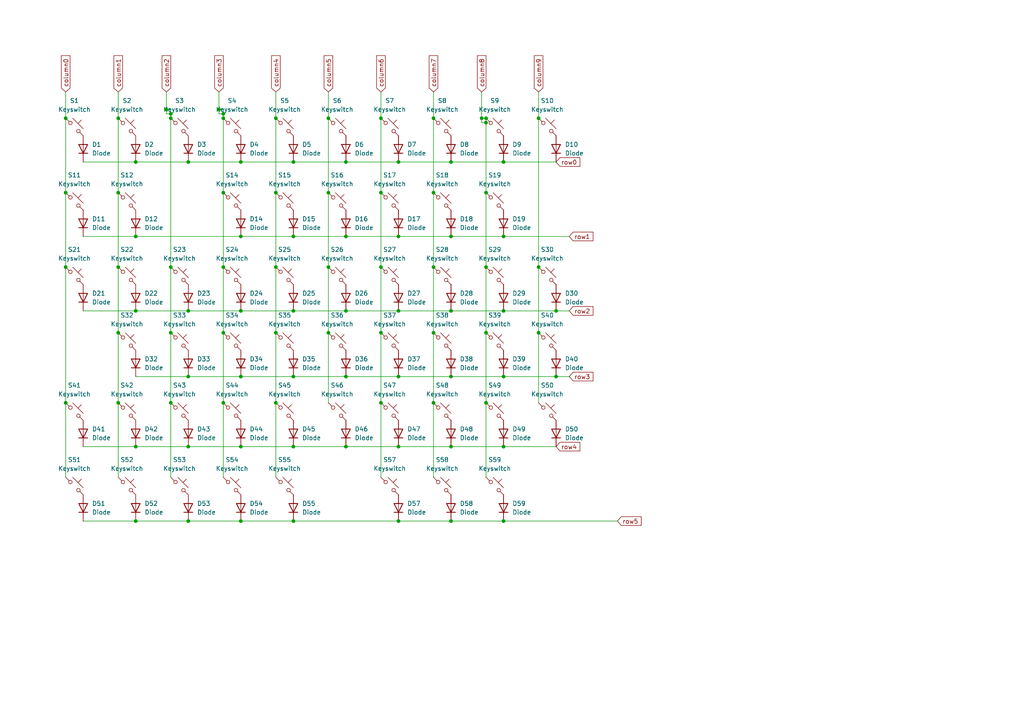
<source format=kicad_sch>
(kicad_sch (version 20231120) (generator "eeschema") (generator_version "8.0")
  (paper "A4")
  (junction (at 125.73 34.29))
  (junction (at 19.05 77.47))
  (junction (at 100.33 129.54))
  (junction (at 49.53 77.47))
  (junction (at 54.61 46.99))
  (junction (at 140.97 116.84))
  (junction (at 69.85 46.99))
  (junction (at 80.01 96.52))
  (junction (at 140.97 96.52))
  (junction (at 140.97 35.56))
  (junction (at 110.49 34.29))
  (junction (at 146.05 46.99))
  (junction (at 156.21 96.52))
  (junction (at 95.25 96.52))
  (junction (at 156.21 34.29))
  (junction (at 110.49 96.52))
  (junction (at 39.37 151.13))
  (junction (at 69.85 68.58))
  (junction (at 115.57 109.22))
  (junction (at 110.49 77.47))
  (junction (at 85.09 68.58))
  (junction (at 146.05 151.13))
  (junction (at 34.29 34.29))
  (junction (at 110.49 55.88))
  (junction (at 80.01 34.29))
  (junction (at 130.81 68.58))
  (junction (at 34.29 55.88))
  (junction (at 64.77 96.52))
  (junction (at 49.53 116.84))
  (junction (at 110.49 116.84))
  (junction (at 80.01 77.47))
  (junction (at 49.53 33.02))
  (junction (at 80.01 116.84))
  (junction (at 49.53 96.52))
  (junction (at 54.61 129.54))
  (junction (at 85.09 90.17))
  (junction (at 95.25 77.47))
  (junction (at 140.97 77.47))
  (junction (at 115.57 46.99))
  (junction (at 125.73 77.47))
  (junction (at 85.09 129.54))
  (junction (at 63.5 31.75))
  (junction (at 69.85 129.54))
  (junction (at 85.09 46.99))
  (junction (at 100.33 46.99))
  (junction (at 54.61 90.17))
  (junction (at 100.33 109.22))
  (junction (at 39.37 68.58))
  (junction (at 69.85 151.13))
  (junction (at 100.33 68.58))
  (junction (at 64.77 77.47))
  (junction (at 115.57 129.54))
  (junction (at 130.81 90.17))
  (junction (at 125.73 96.52))
  (junction (at 125.73 55.88))
  (junction (at 54.61 151.13))
  (junction (at 85.09 151.13))
  (junction (at 146.05 109.22))
  (junction (at 115.57 90.17))
  (junction (at 39.37 46.99))
  (junction (at 115.57 68.58))
  (junction (at 140.97 34.29))
  (junction (at 19.05 116.84))
  (junction (at 80.01 55.88))
  (junction (at 146.05 129.54))
  (junction (at 100.33 90.17))
  (junction (at 95.25 34.29))
  (junction (at 130.81 46.99))
  (junction (at 49.53 34.29))
  (junction (at 146.05 68.58))
  (junction (at 156.21 77.47))
  (junction (at 64.77 34.29))
  (junction (at 54.61 109.22))
  (junction (at 34.29 96.52))
  (junction (at 139.7 34.29))
  (junction (at 140.97 55.88))
  (junction (at 64.77 33.02))
  (junction (at 130.81 109.22))
  (junction (at 34.29 116.84))
  (junction (at 19.05 34.29))
  (junction (at 130.81 151.13))
  (junction (at 95.25 55.88))
  (junction (at 64.77 116.84))
  (junction (at 125.73 116.84))
  (junction (at 85.09 109.22))
  (junction (at 19.05 55.88))
  (junction (at 64.77 55.88))
  (junction (at 161.29 90.17))
  (junction (at 130.81 129.54))
  (junction (at 48.26 31.75))
  (junction (at 69.85 90.17))
  (junction (at 115.57 151.13))
  (junction (at 39.37 90.17))
  (junction (at 34.29 77.47))
  (junction (at 146.05 90.17))
  (junction (at 69.85 109.22))
  (junction (at 39.37 129.54))
  (junction (at 161.29 109.22))
  (wire (pts (xy 85.09 90.17) (xy 100.33 90.17)))
  (wire (pts (xy 140.97 116.84) (xy 140.97 138.43)))
  (wire (pts (xy 64.77 77.47) (xy 64.77 96.52)))
  (wire (pts (xy 54.61 109.22) (xy 69.85 109.22)))
  (wire (pts (xy 110.49 55.88) (xy 110.49 77.47)))
  (wire (pts (xy 130.81 109.22) (xy 146.05 109.22)))
  (wire (pts (xy 125.73 77.47) (xy 125.73 96.52)))
  (wire (pts (xy 39.37 129.54) (xy 54.61 129.54)))
  (wire (pts (xy 48.26 31.75) (xy 48.26 33.02)))
  (wire (pts (xy 49.53 96.52) (xy 49.53 116.84)))
  (wire (pts (xy 34.29 26.67) (xy 34.29 34.29)))
  (wire (pts (xy 80.01 26.67) (xy 80.01 34.29)))
  (wire (pts (xy 165.1 90.17) (xy 161.29 90.17)))
  (wire (pts (xy 115.57 90.17) (xy 130.81 90.17)))
  (wire (pts (xy 156.21 26.67) (xy 156.21 34.29)))
  (wire (pts (xy 54.61 90.17) (xy 69.85 90.17)))
  (wire (pts (xy 48.26 33.02) (xy 49.53 33.02)))
  (wire (pts (xy 139.7 34.29) (xy 140.97 34.29)))
  (wire (pts (xy 130.81 68.58) (xy 146.05 68.58)))
  (wire (pts (xy 69.85 90.17) (xy 85.09 90.17)))
  (wire (pts (xy 19.05 26.67) (xy 19.05 34.29)))
  (wire (pts (xy 115.57 68.58) (xy 130.81 68.58)))
  (wire (pts (xy 156.21 34.29) (xy 156.21 77.47)))
  (wire (pts (xy 115.57 129.54) (xy 130.81 129.54)))
  (wire (pts (xy 179.07 151.13) (xy 146.05 151.13)))
  (wire (pts (xy 95.25 55.88) (xy 95.25 77.47)))
  (wire (pts (xy 49.53 116.84) (xy 49.53 138.43)))
  (wire (pts (xy 110.49 34.29) (xy 110.49 55.88)))
  (wire (pts (xy 19.05 77.47) (xy 19.05 116.84)))
  (wire (pts (xy 49.53 77.47) (xy 49.53 96.52)))
  (wire (pts (xy 24.13 90.17) (xy 39.37 90.17)))
  (wire (pts (xy 34.29 116.84) (xy 34.29 138.43)))
  (wire (pts (xy 34.29 96.52) (xy 34.29 116.84)))
  (wire (pts (xy 49.53 33.02) (xy 49.53 34.29)))
  (wire (pts (xy 24.13 151.13) (xy 39.37 151.13)))
  (wire (pts (xy 130.81 151.13) (xy 146.05 151.13)))
  (wire (pts (xy 146.05 90.17) (xy 161.29 90.17)))
  (wire (pts (xy 19.05 55.88) (xy 19.05 77.47)))
  (wire (pts (xy 24.13 68.58) (xy 39.37 68.58)))
  (wire (pts (xy 156.21 77.47) (xy 156.21 96.52)))
  (wire (pts (xy 64.77 116.84) (xy 64.77 138.43)))
  (wire (pts (xy 85.09 46.99) (xy 100.33 46.99)))
  (wire (pts (xy 95.25 96.52) (xy 95.25 116.84)))
  (wire (pts (xy 115.57 151.13) (xy 130.81 151.13)))
  (wire (pts (xy 34.29 34.29) (xy 34.29 55.88)))
  (wire (pts (xy 63.5 31.75) (xy 63.5 33.02)))
  (wire (pts (xy 19.05 116.84) (xy 19.05 138.43)))
  (wire (pts (xy 100.33 46.99) (xy 115.57 46.99)))
  (wire (pts (xy 19.05 34.29) (xy 19.05 55.88)))
  (wire (pts (xy 130.81 90.17) (xy 146.05 90.17)))
  (wire (pts (xy 125.73 26.67) (xy 125.73 34.29)))
  (wire (pts (xy 156.21 96.52) (xy 156.21 116.84)))
  (wire (pts (xy 64.77 31.75) (xy 64.77 33.02)))
  (wire (pts (xy 140.97 35.56) (xy 140.97 55.88)))
  (wire (pts (xy 139.7 26.67) (xy 139.7 34.29)))
  (wire (pts (xy 69.85 151.13) (xy 85.09 151.13)))
  (wire (pts (xy 115.57 109.22) (xy 130.81 109.22)))
  (wire (pts (xy 48.26 31.75) (xy 49.53 31.75)))
  (wire (pts (xy 48.26 26.67) (xy 48.26 31.75)))
  (wire (pts (xy 64.77 96.52) (xy 64.77 116.84)))
  (wire (pts (xy 95.25 26.67) (xy 95.25 34.29)))
  (wire (pts (xy 49.53 34.29) (xy 49.53 77.47)))
  (wire (pts (xy 140.97 77.47) (xy 140.97 96.52)))
  (wire (pts (xy 125.73 34.29) (xy 125.73 55.88)))
  (wire (pts (xy 80.01 116.84) (xy 80.01 138.43)))
  (wire (pts (xy 125.73 55.88) (xy 125.73 77.47)))
  (wire (pts (xy 115.57 46.99) (xy 130.81 46.99)))
  (wire (pts (xy 63.5 33.02) (xy 64.77 33.02)))
  (wire (pts (xy 80.01 77.47) (xy 80.01 96.52)))
  (wire (pts (xy 80.01 96.52) (xy 80.01 116.84)))
  (wire (pts (xy 110.49 116.84) (xy 110.49 138.43)))
  (wire (pts (xy 85.09 109.22) (xy 100.33 109.22)))
  (wire (pts (xy 110.49 26.67) (xy 110.49 34.29)))
  (wire (pts (xy 95.25 34.29) (xy 95.25 55.88)))
  (wire (pts (xy 146.05 109.22) (xy 161.29 109.22)))
  (wire (pts (xy 80.01 34.29) (xy 80.01 55.88)))
  (wire (pts (xy 63.5 26.67) (xy 63.5 31.75)))
  (wire (pts (xy 24.13 46.99) (xy 39.37 46.99)))
  (wire (pts (xy 95.25 77.47) (xy 95.25 96.52)))
  (wire (pts (xy 139.7 34.29) (xy 139.7 35.56)))
  (wire (pts (xy 39.37 46.99) (xy 54.61 46.99)))
  (wire (pts (xy 146.05 46.99) (xy 161.29 46.99)))
  (wire (pts (xy 39.37 109.22) (xy 54.61 109.22)))
  (wire (pts (xy 85.09 68.58) (xy 100.33 68.58)))
  (wire (pts (xy 139.7 35.56) (xy 140.97 35.56)))
  (wire (pts (xy 100.33 90.17) (xy 115.57 90.17)))
  (wire (pts (xy 130.81 129.54) (xy 146.05 129.54)))
  (wire (pts (xy 146.05 129.54) (xy 161.29 129.54)))
  (wire (pts (xy 39.37 90.17) (xy 54.61 90.17)))
  (wire (pts (xy 54.61 46.99) (xy 69.85 46.99)))
  (wire (pts (xy 64.77 34.29) (xy 64.77 55.88)))
  (wire (pts (xy 64.77 33.02) (xy 64.77 34.29)))
  (wire (pts (xy 69.85 46.99) (xy 85.09 46.99)))
  (wire (pts (xy 69.85 129.54) (xy 85.09 129.54)))
  (wire (pts (xy 125.73 96.52) (xy 125.73 116.84)))
  (wire (pts (xy 125.73 116.84) (xy 125.73 138.43)))
  (wire (pts (xy 63.5 31.75) (xy 64.77 31.75)))
  (wire (pts (xy 69.85 68.58) (xy 85.09 68.58)))
  (wire (pts (xy 100.33 68.58) (xy 115.57 68.58)))
  (wire (pts (xy 54.61 129.54) (xy 69.85 129.54)))
  (wire (pts (xy 80.01 55.88) (xy 80.01 77.47)))
  (wire (pts (xy 69.85 109.22) (xy 85.09 109.22)))
  (wire (pts (xy 140.97 96.52) (xy 140.97 116.84)))
  (wire (pts (xy 146.05 68.58) (xy 165.1 68.58)))
  (wire (pts (xy 24.13 129.54) (xy 39.37 129.54)))
  (wire (pts (xy 85.09 151.13) (xy 115.57 151.13)))
  (wire (pts (xy 34.29 55.88) (xy 34.29 77.47)))
  (wire (pts (xy 39.37 68.58) (xy 69.85 68.58)))
  (wire (pts (xy 64.77 55.88) (xy 64.77 77.47)))
  (wire (pts (xy 100.33 129.54) (xy 115.57 129.54)))
  (wire (pts (xy 54.61 151.13) (xy 69.85 151.13)))
  (wire (pts (xy 49.53 31.75) (xy 49.53 33.02)))
  (wire (pts (xy 34.29 77.47) (xy 34.29 96.52)))
  (wire (pts (xy 100.33 109.22) (xy 115.57 109.22)))
  (wire (pts (xy 140.97 55.88) (xy 140.97 77.47)))
  (wire (pts (xy 140.97 35.56) (xy 140.97 34.29)))
  (wire (pts (xy 110.49 96.52) (xy 110.49 116.84)))
  (wire (pts (xy 161.29 109.22) (xy 165.1 109.22)))
  (wire (pts (xy 130.81 46.99) (xy 146.05 46.99)))
  (wire (pts (xy 110.49 77.47) (xy 110.49 96.52)))
  (wire (pts (xy 85.09 129.54) (xy 100.33 129.54)))
  (wire (pts (xy 39.37 151.13) (xy 54.61 151.13)))
  (global_label "row4" (shape input) (at 161.29 129.54 0) (property "Intersheetrefs" "${INTERSHEET_REFS}" (effects (hide yes))))
  (global_label "row1" (shape input) (at 165.1 68.58 0) (property "Intersheetrefs" "${INTERSHEET_REFS}" (effects (hide yes))))
  (global_label "column5" (shape input) (at 95.25 26.67 90) (property "Intersheetrefs" "${INTERSHEET_REFS}" (effects (hide yes))))
  (global_label "column1" (shape input) (at 34.29 26.67 90) (property "Intersheetrefs" "${INTERSHEET_REFS}" (effects (hide yes))))
  (global_label "row0" (shape input) (at 161.29 46.99 0) (property "Intersheetrefs" "${INTERSHEET_REFS}" (effects (hide yes))))
  (global_label "column2" (shape input) (at 48.26 26.67 90) (property "Intersheetrefs" "${INTERSHEET_REFS}" (effects (hide yes))))
  (global_label "column0" (shape input) (at 19.05 26.67 90) (property "Intersheetrefs" "${INTERSHEET_REFS}" (effects (hide yes))))
  (global_label "column8" (shape input) (at 139.7 26.67 90) (property "Intersheetrefs" "${INTERSHEET_REFS}" (effects (hide yes))))
  (global_label "column4" (shape input) (at 80.01 26.67 90) (property "Intersheetrefs" "${INTERSHEET_REFS}" (effects (hide yes))))
  (global_label "column6" (shape input) (at 110.49 26.67 90) (property "Intersheetrefs" "${INTERSHEET_REFS}" (effects (hide yes))))
  (global_label "row5" (shape input) (at 179.07 151.13 0) (property "Intersheetrefs" "${INTERSHEET_REFS}" (effects (hide yes))))
  (global_label "column3" (shape input) (at 63.5 26.67 90) (property "Intersheetrefs" "${INTERSHEET_REFS}" (effects (hide yes))))
  (global_label "column7" (shape input) (at 125.73 26.67 90) (property "Intersheetrefs" "${INTERSHEET_REFS}" (effects (hide yes))))
  (global_label "column9" (shape input) (at 156.21 26.67 90) (property "Intersheetrefs" "${INTERSHEET_REFS}" (effects (hide yes))))
  (global_label "row3" (shape input) (at 165.1 109.22 0) (property "Intersheetrefs" "${INTERSHEET_REFS}" (effects (hide yes))))
  (global_label "row2" (shape input) (at 165.1 90.17 0) (property "Intersheetrefs" "${INTERSHEET_REFS}" (effects (hide yes))))
  (symbol (lib_id "ScottoKeebs:Placeholder_Keyswitch") (at 97.79 58.42 0) (unit 1)
    (property "Reference" "S16" (at 97.79 50.8 0))
    (property "Value" "Keyswitch" (at 97.79 53.34 0))
    (property "Footprint" "Button_Switch_THT:SW_Tactile_Straight_KSL0Axx1LFTR" (effects (hide yes)))
    (property "Description" "Push button switch, normally open, two pins, 45° tilted" (effects (hide yes)))
  )
  (symbol (lib_id "ScottoKeebs:Placeholder_Keyswitch") (at 36.83 36.83 0) (unit 1)
    (property "Reference" "S2" (at 36.83 29.21 0))
    (property "Value" "Keyswitch" (at 36.83 31.75 0))
    (property "Footprint" "Button_Switch_THT:SW_Tactile_Straight_KSL0Axx1LFTR" (effects (hide yes)))
    (property "Description" "Push button switch, normally open, two pins, 45° tilted" (effects (hide yes)))
  )
  (symbol (lib_id "ScottoKeebs:Placeholder_Keyswitch") (at 52.07 36.83 0) (unit 1)
    (property "Reference" "S3" (at 52.07 29.21 0))
    (property "Value" "Keyswitch" (at 52.07 31.75 0))
    (property "Footprint" "Button_Switch_THT:SW_Tactile_Straight_KSL0Axx1LFTR" (effects (hide yes)))
    (property "Description" "Push button switch, normally open, two pins, 45° tilted" (effects (hide yes)))
  )
  (symbol (lib_id "ScottoKeebs:Placeholder_Diode") (at 85.09 147.32 90) (unit 1)
    (property "Reference" "D55" (at 87.63 146.0499 90) (effects (justify right)))
    (property "Value" "Diode" (at 87.63 148.5899 90) (effects (justify right)))
    (property "Footprint" "Diode_SMD:D_SOD-123" (effects (hide yes)))
    (property "Description" "1N4148 (DO-35) or 1N4148W (SOD-123)" (effects (hide yes)))
    (property "Sim.Device" "D" (effects (hide yes)))
    (property "Sim.Pins" "1=K 2=A" (effects (hide yes)))
  )
  (symbol (lib_id "ScottoKeebs:Placeholder_Diode") (at 54.61 125.73 90) (unit 1)
    (property "Reference" "D43" (at 57.15 124.4599 90) (effects (justify right)))
    (property "Value" "Diode" (at 57.15 126.9999 90) (effects (justify right)))
    (property "Footprint" "Diode_SMD:D_SOD-123" (effects (hide yes)))
    (property "Description" "1N4148 (DO-35) or 1N4148W (SOD-123)" (effects (hide yes)))
    (property "Sim.Device" "D" (effects (hide yes)))
    (property "Sim.Pins" "1=K 2=A" (effects (hide yes)))
  )
  (symbol (lib_id "ScottoKeebs:Placeholder_Diode") (at 24.13 147.32 90) (unit 1)
    (property "Reference" "D51" (at 26.67 146.0499 90) (effects (justify right)))
    (property "Value" "Diode" (at 26.67 148.5899 90) (effects (justify right)))
    (property "Footprint" "Diode_SMD:D_SOD-123" (effects (hide yes)))
    (property "Description" "1N4148 (DO-35) or 1N4148W (SOD-123)" (effects (hide yes)))
    (property "Sim.Device" "D" (effects (hide yes)))
    (property "Sim.Pins" "1=K 2=A" (effects (hide yes)))
  )
  (symbol (lib_id "ScottoKeebs:Placeholder_Diode") (at 100.33 43.18 90) (unit 1)
    (property "Reference" "D6" (at 102.87 41.9099 90) (effects (justify right)))
    (property "Value" "Diode" (at 102.87 44.4499 90) (effects (justify right)))
    (property "Footprint" "Diode_SMD:D_SOD-123" (effects (hide yes)))
    (property "Description" "1N4148 (DO-35) or 1N4148W (SOD-123)" (effects (hide yes)))
    (property "Sim.Device" "D" (effects (hide yes)))
    (property "Sim.Pins" "1=K 2=A" (effects (hide yes)))
  )
  (symbol (lib_id "ScottoKeebs:Placeholder_Keyswitch") (at 21.59 58.42 0) (unit 1)
    (property "Reference" "S11" (at 21.59 50.8 0))
    (property "Value" "Keyswitch" (at 21.59 53.34 0))
    (property "Footprint" "Button_Switch_THT:SW_Tactile_Straight_KSL0Axx1LFTR" (effects (hide yes)))
    (property "Description" "Push button switch, normally open, two pins, 45° tilted" (effects (hide yes)))
  )
  (symbol (lib_id "ScottoKeebs:Placeholder_Keyswitch") (at 143.51 58.42 0) (unit 1)
    (property "Reference" "S19" (at 143.51 50.8 0))
    (property "Value" "Keyswitch" (at 143.51 53.34 0))
    (property "Footprint" "Button_Switch_THT:SW_Tactile_Straight_KSL0Axx1LFTR" (effects (hide yes)))
    (property "Description" "Push button switch, normally open, two pins, 45° tilted" (effects (hide yes)))
  )
  (symbol (lib_id "ScottoKeebs:Placeholder_Diode") (at 39.37 105.41 90) (unit 1)
    (property "Reference" "D32" (at 41.91 104.1399 90) (effects (justify right)))
    (property "Value" "Diode" (at 41.91 106.6799 90) (effects (justify right)))
    (property "Footprint" "Diode_SMD:D_SOD-123" (effects (hide yes)))
    (property "Description" "1N4148 (DO-35) or 1N4148W (SOD-123)" (effects (hide yes)))
    (property "Sim.Device" "D" (effects (hide yes)))
    (property "Sim.Pins" "1=K 2=A" (effects (hide yes)))
  )
  (symbol (lib_id "ScottoKeebs:Placeholder_Keyswitch") (at 82.55 140.97 0) (unit 1)
    (property "Reference" "S55" (at 82.55 133.35 0))
    (property "Value" "Keyswitch" (at 82.55 135.89 0))
    (property "Footprint" "Button_Switch_THT:SW_Tactile_Straight_KSL0Axx1LFTR" (effects (hide yes)))
    (property "Description" "Push button switch, normally open, two pins, 45° tilted" (effects (hide yes)))
  )
  (symbol (lib_id "ScottoKeebs:Placeholder_Diode") (at 161.29 125.73 90) (unit 1)
    (property "Reference" "D50" (at 163.83 124.4599 90) (effects (justify right)))
    (property "Value" "Diode" (at 163.83 126.9999 90) (effects (justify right)))
    (property "Footprint" "Diode_SMD:D_SOD-123" (effects (hide yes)))
    (property "Description" "1N4148 (DO-35) or 1N4148W (SOD-123)" (effects (hide yes)))
    (property "Sim.Device" "D" (effects (hide yes)))
    (property "Sim.Pins" "1=K 2=A" (effects (hide yes)))
  )
  (symbol (lib_id "ScottoKeebs:Placeholder_Diode") (at 39.37 64.77 90) (unit 1)
    (property "Reference" "D12" (at 41.91 63.4999 90) (effects (justify right)))
    (property "Value" "Diode" (at 41.91 66.0399 90) (effects (justify right)))
    (property "Footprint" "Diode_SMD:D_SOD-123" (effects (hide yes)))
    (property "Description" "1N4148 (DO-35) or 1N4148W (SOD-123)" (effects (hide yes)))
    (property "Sim.Device" "D" (effects (hide yes)))
    (property "Sim.Pins" "1=K 2=A" (effects (hide yes)))
  )
  (symbol (lib_id "ScottoKeebs:Placeholder_Diode") (at 85.09 105.41 90) (unit 1)
    (property "Reference" "D35" (at 87.63 104.1399 90) (effects (justify right)))
    (property "Value" "Diode" (at 87.63 106.6799 90) (effects (justify right)))
    (property "Footprint" "Diode_SMD:D_SOD-123" (effects (hide yes)))
    (property "Description" "1N4148 (DO-35) or 1N4148W (SOD-123)" (effects (hide yes)))
    (property "Sim.Device" "D" (effects (hide yes)))
    (property "Sim.Pins" "1=K 2=A" (effects (hide yes)))
  )
  (symbol (lib_id "ScottoKeebs:Placeholder_Diode") (at 69.85 64.77 90) (unit 1)
    (property "Reference" "D14" (at 72.39 63.4999 90) (effects (justify right)))
    (property "Value" "Diode" (at 72.39 66.0399 90) (effects (justify right)))
    (property "Footprint" "Diode_SMD:D_SOD-123" (effects (hide yes)))
    (property "Description" "1N4148 (DO-35) or 1N4148W (SOD-123)" (effects (hide yes)))
    (property "Sim.Device" "D" (effects (hide yes)))
    (property "Sim.Pins" "1=K 2=A" (effects (hide yes)))
  )
  (symbol (lib_id "ScottoKeebs:Placeholder_Keyswitch") (at 82.55 99.06 0) (unit 1)
    (property "Reference" "S35" (at 82.55 91.44 0))
    (property "Value" "Keyswitch" (at 82.55 93.98 0))
    (property "Footprint" "Button_Switch_THT:SW_Tactile_Straight_KSL0Axx1LFTR" (effects (hide yes)))
    (property "Description" "Push button switch, normally open, two pins, 45° tilted" (effects (hide yes)))
  )
  (symbol (lib_id "ScottoKeebs:Placeholder_Keyswitch") (at 36.83 58.42 0) (unit 1)
    (property "Reference" "S12" (at 36.83 50.8 0))
    (property "Value" "Keyswitch" (at 36.83 53.34 0))
    (property "Footprint" "Button_Switch_THT:SW_Tactile_Straight_KSL0Axx1LFTR" (effects (hide yes)))
    (property "Description" "Push button switch, normally open, two pins, 45° tilted" (effects (hide yes)))
  )
  (symbol (lib_id "ScottoKeebs:Placeholder_Keyswitch") (at 113.03 80.01 0) (unit 1)
    (property "Reference" "S27" (at 113.03 72.39 0))
    (property "Value" "Keyswitch" (at 113.03 74.93 0))
    (property "Footprint" "Button_Switch_THT:SW_Tactile_Straight_KSL0Axx1LFTR" (effects (hide yes)))
    (property "Description" "Push button switch, normally open, two pins, 45° tilted" (effects (hide yes)))
  )
  (symbol (lib_id "ScottoKeebs:Placeholder_Keyswitch") (at 143.51 140.97 0) (unit 1)
    (property "Reference" "S59" (at 143.51 133.35 0))
    (property "Value" "Keyswitch" (at 143.51 135.89 0))
    (property "Footprint" "Button_Switch_THT:SW_Tactile_Straight_KSL0Axx1LFTR" (effects (hide yes)))
    (property "Description" "Push button switch, normally open, two pins, 45° tilted" (effects (hide yes)))
  )
  (symbol (lib_id "ScottoKeebs:Placeholder_Keyswitch") (at 82.55 80.01 0) (unit 1)
    (property "Reference" "S25" (at 82.55 72.39 0))
    (property "Value" "Keyswitch" (at 82.55 74.93 0))
    (property "Footprint" "Button_Switch_THT:SW_Tactile_Straight_KSL0Axx1LFTR" (effects (hide yes)))
    (property "Description" "Push button switch, normally open, two pins, 45° tilted" (effects (hide yes)))
  )
  (symbol (lib_id "ScottoKeebs:Placeholder_Keyswitch") (at 128.27 80.01 0) (unit 1)
    (property "Reference" "S28" (at 128.27 72.39 0))
    (property "Value" "Keyswitch" (at 128.27 74.93 0))
    (property "Footprint" "Button_Switch_THT:SW_Tactile_Straight_KSL0Axx1LFTR" (effects (hide yes)))
    (property "Description" "Push button switch, normally open, two pins, 45° tilted" (effects (hide yes)))
  )
  (symbol (lib_id "ScottoKeebs:Placeholder_Diode") (at 130.81 43.18 90) (unit 1)
    (property "Reference" "D8" (at 133.35 41.9099 90) (effects (justify right)))
    (property "Value" "Diode" (at 133.35 44.4499 90) (effects (justify right)))
    (property "Footprint" "Diode_SMD:D_SOD-123" (effects (hide yes)))
    (property "Description" "1N4148 (DO-35) or 1N4148W (SOD-123)" (effects (hide yes)))
    (property "Sim.Device" "D" (effects (hide yes)))
    (property "Sim.Pins" "1=K 2=A" (effects (hide yes)))
  )
  (symbol (lib_id "ScottoKeebs:Placeholder_Diode") (at 24.13 125.73 90) (unit 1)
    (property "Reference" "D41" (at 26.67 124.4599 90) (effects (justify right)))
    (property "Value" "Diode" (at 26.67 126.9999 90) (effects (justify right)))
    (property "Footprint" "Diode_SMD:D_SOD-123" (effects (hide yes)))
    (property "Description" "1N4148 (DO-35) or 1N4148W (SOD-123)" (effects (hide yes)))
    (property "Sim.Device" "D" (effects (hide yes)))
    (property "Sim.Pins" "1=K 2=A" (effects (hide yes)))
  )
  (symbol (lib_id "ScottoKeebs:Placeholder_Keyswitch") (at 113.03 140.97 0) (unit 1)
    (property "Reference" "S57" (at 113.03 133.35 0))
    (property "Value" "Keyswitch" (at 113.03 135.89 0))
    (property "Footprint" "Button_Switch_THT:SW_Tactile_Straight_KSL0Axx1LFTR" (effects (hide yes)))
    (property "Description" "Push button switch, normally open, two pins, 45° tilted" (effects (hide yes)))
  )
  (symbol (lib_id "ScottoKeebs:Placeholder_Diode") (at 24.13 86.36 90) (unit 1)
    (property "Reference" "D21" (at 26.67 85.0899 90) (effects (justify right)))
    (property "Value" "Diode" (at 26.67 87.6299 90) (effects (justify right)))
    (property "Footprint" "Diode_SMD:D_SOD-123" (effects (hide yes)))
    (property "Description" "1N4148 (DO-35) or 1N4148W (SOD-123)" (effects (hide yes)))
    (property "Sim.Device" "D" (effects (hide yes)))
    (property "Sim.Pins" "1=K 2=A" (effects (hide yes)))
  )
  (symbol (lib_id "ScottoKeebs:Placeholder_Diode") (at 54.61 86.36 90) (unit 1)
    (property "Reference" "D23" (at 57.15 85.0899 90) (effects (justify right)))
    (property "Value" "Diode" (at 57.15 87.6299 90) (effects (justify right)))
    (property "Footprint" "Diode_SMD:D_SOD-123" (effects (hide yes)))
    (property "Description" "1N4148 (DO-35) or 1N4148W (SOD-123)" (effects (hide yes)))
    (property "Sim.Device" "D" (effects (hide yes)))
    (property "Sim.Pins" "1=K 2=A" (effects (hide yes)))
  )
  (symbol (lib_id "ScottoKeebs:Placeholder_Keyswitch") (at 97.79 99.06 0) (unit 1)
    (property "Reference" "S36" (at 97.79 91.44 0))
    (property "Value" "Keyswitch" (at 97.79 93.98 0))
    (property "Footprint" "Button_Switch_THT:SW_Tactile_Straight_KSL0Axx1LFTR" (effects (hide yes)))
    (property "Description" "Push button switch, normally open, two pins, 45° tilted" (effects (hide yes)))
  )
  (symbol (lib_id "ScottoKeebs:Placeholder_Keyswitch") (at 128.27 119.38 0) (unit 1)
    (property "Reference" "S48" (at 128.27 111.76 0))
    (property "Value" "Keyswitch" (at 128.27 114.3 0))
    (property "Footprint" "Button_Switch_THT:SW_Tactile_Straight_KSL0Axx1LFTR" (effects (hide yes)))
    (property "Description" "Push button switch, normally open, two pins, 45° tilted" (effects (hide yes)))
  )
  (symbol (lib_id "ScottoKeebs:Placeholder_Diode") (at 146.05 64.77 90) (unit 1)
    (property "Reference" "D19" (at 148.59 63.4999 90) (effects (justify right)))
    (property "Value" "Diode" (at 148.59 66.0399 90) (effects (justify right)))
    (property "Footprint" "Diode_SMD:D_SOD-123" (effects (hide yes)))
    (property "Description" "1N4148 (DO-35) or 1N4148W (SOD-123)" (effects (hide yes)))
    (property "Sim.Device" "D" (effects (hide yes)))
    (property "Sim.Pins" "1=K 2=A" (effects (hide yes)))
  )
  (symbol (lib_id "ScottoKeebs:Placeholder_Diode") (at 115.57 64.77 90) (unit 1)
    (property "Reference" "D17" (at 118.11 63.4999 90) (effects (justify right)))
    (property "Value" "Diode" (at 118.11 66.0399 90) (effects (justify right)))
    (property "Footprint" "Diode_SMD:D_SOD-123" (effects (hide yes)))
    (property "Description" "1N4148 (DO-35) or 1N4148W (SOD-123)" (effects (hide yes)))
    (property "Sim.Device" "D" (effects (hide yes)))
    (property "Sim.Pins" "1=K 2=A" (effects (hide yes)))
  )
  (symbol (lib_id "ScottoKeebs:Placeholder_Keyswitch") (at 143.51 36.83 0) (unit 1)
    (property "Reference" "S9" (at 143.51 29.21 0))
    (property "Value" "Keyswitch" (at 143.51 31.75 0))
    (property "Footprint" "Button_Switch_THT:SW_Tactile_Straight_KSL0Axx1LFTR" (effects (hide yes)))
    (property "Description" "Push button switch, normally open, two pins, 45° tilted" (effects (hide yes)))
  )
  (symbol (lib_id "ScottoKeebs:Placeholder_Diode") (at 54.61 147.32 90) (unit 1)
    (property "Reference" "D53" (at 57.15 146.0499 90) (effects (justify right)))
    (property "Value" "Diode" (at 57.15 148.5899 90) (effects (justify right)))
    (property "Footprint" "Diode_SMD:D_SOD-123" (effects (hide yes)))
    (property "Description" "1N4148 (DO-35) or 1N4148W (SOD-123)" (effects (hide yes)))
    (property "Sim.Device" "D" (effects (hide yes)))
    (property "Sim.Pins" "1=K 2=A" (effects (hide yes)))
  )
  (symbol (lib_id "ScottoKeebs:Placeholder_Diode") (at 24.13 64.77 90) (unit 1)
    (property "Reference" "D11" (at 26.67 63.4999 90) (effects (justify right)))
    (property "Value" "Diode" (at 26.67 66.0399 90) (effects (justify right)))
    (property "Footprint" "Diode_SMD:D_SOD-123" (effects (hide yes)))
    (property "Description" "1N4148 (DO-35) or 1N4148W (SOD-123)" (effects (hide yes)))
    (property "Sim.Device" "D" (effects (hide yes)))
    (property "Sim.Pins" "1=K 2=A" (effects (hide yes)))
  )
  (symbol (lib_id "ScottoKeebs:Placeholder_Diode") (at 69.85 43.18 90) (unit 1)
    (property "Reference" "D4" (at 72.39 41.9099 90) (effects (justify right)))
    (property "Value" "Diode" (at 72.39 44.4499 90) (effects (justify right)))
    (property "Footprint" "Diode_SMD:D_SOD-123" (effects (hide yes)))
    (property "Description" "1N4148 (DO-35) or 1N4148W (SOD-123)" (effects (hide yes)))
    (property "Sim.Device" "D" (effects (hide yes)))
    (property "Sim.Pins" "1=K 2=A" (effects (hide yes)))
  )
  (symbol (lib_id "ScottoKeebs:Placeholder_Keyswitch") (at 97.79 119.38 0) (unit 1)
    (property "Reference" "S46" (at 97.79 111.76 0))
    (property "Value" "Keyswitch" (at 97.79 114.3 0))
    (property "Footprint" "Button_Switch_THT:SW_Tactile_Straight_KSL0Axx1LFTR" (effects (hide yes)))
    (property "Description" "Push button switch, normally open, two pins, 45° tilted" (effects (hide yes)))
  )
  (symbol (lib_id "ScottoKeebs:Placeholder_Keyswitch") (at 36.83 99.06 0) (unit 1)
    (property "Reference" "S32" (at 36.83 91.44 0))
    (property "Value" "Keyswitch" (at 36.83 93.98 0))
    (property "Footprint" "Button_Switch_THT:SW_Tactile_Straight_KSL0Axx1LFTR" (effects (hide yes)))
    (property "Description" "Push button switch, normally open, two pins, 45° tilted" (effects (hide yes)))
  )
  (symbol (lib_id "ScottoKeebs:Placeholder_Diode") (at 115.57 86.36 90) (unit 1)
    (property "Reference" "D27" (at 118.11 85.0899 90) (effects (justify right)))
    (property "Value" "Diode" (at 118.11 87.6299 90) (effects (justify right)))
    (property "Footprint" "Diode_SMD:D_SOD-123" (effects (hide yes)))
    (property "Description" "1N4148 (DO-35) or 1N4148W (SOD-123)" (effects (hide yes)))
    (property "Sim.Device" "D" (effects (hide yes)))
    (property "Sim.Pins" "1=K 2=A" (effects (hide yes)))
  )
  (symbol (lib_id "ScottoKeebs:Placeholder_Diode") (at 146.05 147.32 90) (unit 1)
    (property "Reference" "D59" (at 148.59 146.0499 90) (effects (justify right)))
    (property "Value" "Diode" (at 148.59 148.5899 90) (effects (justify right)))
    (property "Footprint" "Diode_SMD:D_SOD-123" (effects (hide yes)))
    (property "Description" "1N4148 (DO-35) or 1N4148W (SOD-123)" (effects (hide yes)))
    (property "Sim.Device" "D" (effects (hide yes)))
    (property "Sim.Pins" "1=K 2=A" (effects (hide yes)))
  )
  (symbol (lib_id "ScottoKeebs:Placeholder_Keyswitch") (at 128.27 140.97 0) (unit 1)
    (property "Reference" "S58" (at 128.27 133.35 0))
    (property "Value" "Keyswitch" (at 128.27 135.89 0))
    (property "Footprint" "Button_Switch_THT:SW_Tactile_Straight_KSL0Axx1LFTR" (effects (hide yes)))
    (property "Description" "Push button switch, normally open, two pins, 45° tilted" (effects (hide yes)))
  )
  (symbol (lib_id "ScottoKeebs:Placeholder_Keyswitch") (at 128.27 99.06 0) (unit 1)
    (property "Reference" "S38" (at 128.27 91.44 0))
    (property "Value" "Keyswitch" (at 128.27 93.98 0))
    (property "Footprint" "Button_Switch_THT:SW_Tactile_Straight_KSL0Axx1LFTR" (effects (hide yes)))
    (property "Description" "Push button switch, normally open, two pins, 45° tilted" (effects (hide yes)))
  )
  (symbol (lib_id "ScottoKeebs:Placeholder_Keyswitch") (at 21.59 140.97 0) (unit 1)
    (property "Reference" "S51" (at 21.59 133.35 0))
    (property "Value" "Keyswitch" (at 21.59 135.89 0))
    (property "Footprint" "Button_Switch_THT:SW_Tactile_Straight_KSL0Axx1LFTR" (effects (hide yes)))
    (property "Description" "Push button switch, normally open, two pins, 45° tilted" (effects (hide yes)))
  )
  (symbol (lib_id "ScottoKeebs:Placeholder_Keyswitch") (at 67.31 36.83 0) (unit 1)
    (property "Reference" "S4" (at 67.31 29.21 0))
    (property "Value" "Keyswitch" (at 67.31 31.75 0))
    (property "Footprint" "Button_Switch_THT:SW_Tactile_Straight_KSL0Axx1LFTR" (effects (hide yes)))
    (property "Description" "Push button switch, normally open, two pins, 45° tilted" (effects (hide yes)))
  )
  (symbol (lib_id "ScottoKeebs:Placeholder_Keyswitch") (at 128.27 58.42 0) (unit 1)
    (property "Reference" "S18" (at 128.27 50.8 0))
    (property "Value" "Keyswitch" (at 128.27 53.34 0))
    (property "Footprint" "Button_Switch_THT:SW_Tactile_Straight_KSL0Axx1LFTR" (effects (hide yes)))
    (property "Description" "Push button switch, normally open, two pins, 45° tilted" (effects (hide yes)))
  )
  (symbol (lib_id "ScottoKeebs:Placeholder_Diode") (at 39.37 86.36 90) (unit 1)
    (property "Reference" "D22" (at 41.91 85.0899 90) (effects (justify right)))
    (property "Value" "Diode" (at 41.91 87.6299 90) (effects (justify right)))
    (property "Footprint" "Diode_SMD:D_SOD-123" (effects (hide yes)))
    (property "Description" "1N4148 (DO-35) or 1N4148W (SOD-123)" (effects (hide yes)))
    (property "Sim.Device" "D" (effects (hide yes)))
    (property "Sim.Pins" "1=K 2=A" (effects (hide yes)))
  )
  (symbol (lib_id "ScottoKeebs:Placeholder_Keyswitch") (at 158.75 36.83 0) (unit 1)
    (property "Reference" "S10" (at 158.75 29.21 0))
    (property "Value" "Keyswitch" (at 158.75 31.75 0))
    (property "Footprint" "Button_Switch_THT:SW_Tactile_Straight_KSL0Axx1LFTR" (effects (hide yes)))
    (property "Description" "Push button switch, normally open, two pins, 45° tilted" (effects (hide yes)))
  )
  (symbol (lib_id "ScottoKeebs:Placeholder_Diode") (at 69.85 86.36 90) (unit 1)
    (property "Reference" "D24" (at 72.39 85.0899 90) (effects (justify right)))
    (property "Value" "Diode" (at 72.39 87.6299 90) (effects (justify right)))
    (property "Footprint" "Diode_SMD:D_SOD-123" (effects (hide yes)))
    (property "Description" "1N4148 (DO-35) or 1N4148W (SOD-123)" (effects (hide yes)))
    (property "Sim.Device" "D" (effects (hide yes)))
    (property "Sim.Pins" "1=K 2=A" (effects (hide yes)))
  )
  (symbol (lib_id "ScottoKeebs:Placeholder_Keyswitch") (at 67.31 119.38 0) (unit 1)
    (property "Reference" "S44" (at 67.31 111.76 0))
    (property "Value" "Keyswitch" (at 67.31 114.3 0))
    (property "Footprint" "Button_Switch_THT:SW_Tactile_Straight_KSL0Axx1LFTR" (effects (hide yes)))
    (property "Description" "Push button switch, normally open, two pins, 45° tilted" (effects (hide yes)))
  )
  (symbol (lib_id "ScottoKeebs:Placeholder_Diode") (at 69.85 147.32 90) (unit 1)
    (property "Reference" "D54" (at 72.39 146.0499 90) (effects (justify right)))
    (property "Value" "Diode" (at 72.39 148.5899 90) (effects (justify right)))
    (property "Footprint" "Diode_SMD:D_SOD-123" (effects (hide yes)))
    (property "Description" "1N4148 (DO-35) or 1N4148W (SOD-123)" (effects (hide yes)))
    (property "Sim.Device" "D" (effects (hide yes)))
    (property "Sim.Pins" "1=K 2=A" (effects (hide yes)))
  )
  (symbol (lib_id "ScottoKeebs:Placeholder_Diode") (at 146.05 43.18 90) (unit 1)
    (property "Reference" "D9" (at 148.59 41.9099 90) (effects (justify right)))
    (property "Value" "Diode" (at 148.59 44.4499 90) (effects (justify right)))
    (property "Footprint" "Diode_SMD:D_SOD-123" (effects (hide yes)))
    (property "Description" "1N4148 (DO-35) or 1N4148W (SOD-123)" (effects (hide yes)))
    (property "Sim.Device" "D" (effects (hide yes)))
    (property "Sim.Pins" "1=K 2=A" (effects (hide yes)))
  )
  (symbol (lib_id "ScottoKeebs:Placeholder_Diode") (at 115.57 105.41 90) (unit 1)
    (property "Reference" "D37" (at 118.11 104.1399 90) (effects (justify right)))
    (property "Value" "Diode" (at 118.11 106.6799 90) (effects (justify right)))
    (property "Footprint" "Diode_SMD:D_SOD-123" (effects (hide yes)))
    (property "Description" "1N4148 (DO-35) or 1N4148W (SOD-123)" (effects (hide yes)))
    (property "Sim.Device" "D" (effects (hide yes)))
    (property "Sim.Pins" "1=K 2=A" (effects (hide yes)))
  )
  (symbol (lib_id "ScottoKeebs:Placeholder_Keyswitch") (at 52.07 119.38 0) (unit 1)
    (property "Reference" "S43" (at 52.07 111.76 0))
    (property "Value" "Keyswitch" (at 52.07 114.3 0))
    (property "Footprint" "Button_Switch_THT:SW_Tactile_Straight_KSL0Axx1LFTR" (effects (hide yes)))
    (property "Description" "Push button switch, normally open, two pins, 45° tilted" (effects (hide yes)))
  )
  (symbol (lib_id "ScottoKeebs:Placeholder_Keyswitch") (at 113.03 99.06 0) (unit 1)
    (property "Reference" "S37" (at 113.03 91.44 0))
    (property "Value" "Keyswitch" (at 113.03 93.98 0))
    (property "Footprint" "Button_Switch_THT:SW_Tactile_Straight_KSL0Axx1LFTR" (effects (hide yes)))
    (property "Description" "Push button switch, normally open, two pins, 45° tilted" (effects (hide yes)))
  )
  (symbol (lib_id "ScottoKeebs:Placeholder_Keyswitch") (at 52.07 80.01 0) (unit 1)
    (property "Reference" "S23" (at 52.07 72.39 0))
    (property "Value" "Keyswitch" (at 52.07 74.93 0))
    (property "Footprint" "Button_Switch_THT:SW_Tactile_Straight_KSL0Axx1LFTR" (effects (hide yes)))
    (property "Description" "Push button switch, normally open, two pins, 45° tilted" (effects (hide yes)))
  )
  (symbol (lib_id "ScottoKeebs:Placeholder_Keyswitch") (at 82.55 58.42 0) (unit 1)
    (property "Reference" "S15" (at 82.55 50.8 0))
    (property "Value" "Keyswitch" (at 82.55 53.34 0))
    (property "Footprint" "Button_Switch_THT:SW_Tactile_Straight_KSL0Axx1LFTR" (effects (hide yes)))
    (property "Description" "Push button switch, normally open, two pins, 45° tilted" (effects (hide yes)))
  )
  (symbol (lib_id "ScottoKeebs:Placeholder_Diode") (at 115.57 43.18 90) (unit 1)
    (property "Reference" "D7" (at 118.11 41.9099 90) (effects (justify right)))
    (property "Value" "Diode" (at 118.11 44.4499 90) (effects (justify right)))
    (property "Footprint" "Diode_SMD:D_SOD-123" (effects (hide yes)))
    (property "Description" "1N4148 (DO-35) or 1N4148W (SOD-123)" (effects (hide yes)))
    (property "Sim.Device" "D" (effects (hide yes)))
    (property "Sim.Pins" "1=K 2=A" (effects (hide yes)))
  )
  (symbol (lib_id "ScottoKeebs:Placeholder_Diode") (at 146.05 105.41 90) (unit 1)
    (property "Reference" "D39" (at 148.59 104.1399 90) (effects (justify right)))
    (property "Value" "Diode" (at 148.59 106.6799 90) (effects (justify right)))
    (property "Footprint" "Diode_SMD:D_SOD-123" (effects (hide yes)))
    (property "Description" "1N4148 (DO-35) or 1N4148W (SOD-123)" (effects (hide yes)))
    (property "Sim.Device" "D" (effects (hide yes)))
    (property "Sim.Pins" "1=K 2=A" (effects (hide yes)))
  )
  (symbol (lib_id "ScottoKeebs:Placeholder_Keyswitch") (at 67.31 58.42 0) (unit 1)
    (property "Reference" "S14" (at 67.31 50.8 0))
    (property "Value" "Keyswitch" (at 67.31 53.34 0))
    (property "Footprint" "Button_Switch_THT:SW_Tactile_Straight_KSL0Axx1LFTR" (effects (hide yes)))
    (property "Description" "Push button switch, normally open, two pins, 45° tilted" (effects (hide yes)))
  )
  (symbol (lib_id "ScottoKeebs:Placeholder_Diode") (at 130.81 64.77 90) (unit 1)
    (property "Reference" "D18" (at 133.35 63.4999 90) (effects (justify right)))
    (property "Value" "Diode" (at 133.35 66.0399 90) (effects (justify right)))
    (property "Footprint" "Diode_SMD:D_SOD-123" (effects (hide yes)))
    (property "Description" "1N4148 (DO-35) or 1N4148W (SOD-123)" (effects (hide yes)))
    (property "Sim.Device" "D" (effects (hide yes)))
    (property "Sim.Pins" "1=K 2=A" (effects (hide yes)))
  )
  (symbol (lib_id "ScottoKeebs:Placeholder_Diode") (at 85.09 86.36 90) (unit 1)
    (property "Reference" "D25" (at 87.63 85.0899 90) (effects (justify right)))
    (property "Value" "Diode" (at 87.63 87.6299 90) (effects (justify right)))
    (property "Footprint" "Diode_SMD:D_SOD-123" (effects (hide yes)))
    (property "Description" "1N4148 (DO-35) or 1N4148W (SOD-123)" (effects (hide yes)))
    (property "Sim.Device" "D" (effects (hide yes)))
    (property "Sim.Pins" "1=K 2=A" (effects (hide yes)))
  )
  (symbol (lib_id "ScottoKeebs:Placeholder_Diode") (at 146.05 125.73 90) (unit 1)
    (property "Reference" "D49" (at 148.59 124.4599 90) (effects (justify right)))
    (property "Value" "Diode" (at 148.59 126.9999 90) (effects (justify right)))
    (property "Footprint" "Diode_SMD:D_SOD-123" (effects (hide yes)))
    (property "Description" "1N4148 (DO-35) or 1N4148W (SOD-123)" (effects (hide yes)))
    (property "Sim.Device" "D" (effects (hide yes)))
    (property "Sim.Pins" "1=K 2=A" (effects (hide yes)))
  )
  (symbol (lib_id "ScottoKeebs:Placeholder_Keyswitch") (at 143.51 80.01 0) (unit 1)
    (property "Reference" "S29" (at 143.51 72.39 0))
    (property "Value" "Keyswitch" (at 143.51 74.93 0))
    (property "Footprint" "Button_Switch_THT:SW_Tactile_Straight_KSL0Axx1LFTR" (effects (hide yes)))
    (property "Description" "Push button switch, normally open, two pins, 45° tilted" (effects (hide yes)))
  )
  (symbol (lib_id "ScottoKeebs:Placeholder_Diode") (at 161.29 43.18 90) (unit 1)
    (property "Reference" "D10" (at 163.83 41.9099 90) (effects (justify right)))
    (property "Value" "Diode" (at 163.83 44.4499 90) (effects (justify right)))
    (property "Footprint" "Diode_SMD:D_SOD-123" (effects (hide yes)))
    (property "Description" "1N4148 (DO-35) or 1N4148W (SOD-123)" (effects (hide yes)))
    (property "Sim.Device" "D" (effects (hide yes)))
    (property "Sim.Pins" "1=K 2=A" (effects (hide yes)))
  )
  (symbol (lib_id "ScottoKeebs:Placeholder_Diode") (at 85.09 64.77 90) (unit 1)
    (property "Reference" "D15" (at 87.63 63.4999 90) (effects (justify right)))
    (property "Value" "Diode" (at 87.63 66.0399 90) (effects (justify right)))
    (property "Footprint" "Diode_SMD:D_SOD-123" (effects (hide yes)))
    (property "Description" "1N4148 (DO-35) or 1N4148W (SOD-123)" (effects (hide yes)))
    (property "Sim.Device" "D" (effects (hide yes)))
    (property "Sim.Pins" "1=K 2=A" (effects (hide yes)))
  )
  (symbol (lib_id "ScottoKeebs:Placeholder_Diode") (at 130.81 86.36 90) (unit 1)
    (property "Reference" "D28" (at 133.35 85.0899 90) (effects (justify right)))
    (property "Value" "Diode" (at 133.35 87.6299 90) (effects (justify right)))
    (property "Footprint" "Diode_SMD:D_SOD-123" (effects (hide yes)))
    (property "Description" "1N4148 (DO-35) or 1N4148W (SOD-123)" (effects (hide yes)))
    (property "Sim.Device" "D" (effects (hide yes)))
    (property "Sim.Pins" "1=K 2=A" (effects (hide yes)))
  )
  (symbol (lib_id "ScottoKeebs:Placeholder_Keyswitch") (at 21.59 80.01 0) (unit 1)
    (property "Reference" "S21" (at 21.59 72.39 0))
    (property "Value" "Keyswitch" (at 21.59 74.93 0))
    (property "Footprint" "Button_Switch_THT:SW_Tactile_Straight_KSL0Axx1LFTR" (effects (hide yes)))
    (property "Description" "Push button switch, normally open, two pins, 45° tilted" (effects (hide yes)))
  )
  (symbol (lib_id "ScottoKeebs:Placeholder_Diode") (at 100.33 105.41 90) (unit 1)
    (property "Reference" "D36" (at 102.87 104.1399 90) (effects (justify right)))
    (property "Value" "Diode" (at 102.87 106.6799 90) (effects (justify right)))
    (property "Footprint" "Diode_SMD:D_SOD-123" (effects (hide yes)))
    (property "Description" "1N4148 (DO-35) or 1N4148W (SOD-123)" (effects (hide yes)))
    (property "Sim.Device" "D" (effects (hide yes)))
    (property "Sim.Pins" "1=K 2=A" (effects (hide yes)))
  )
  (symbol (lib_id "ScottoKeebs:Placeholder_Diode") (at 69.85 105.41 90) (unit 1)
    (property "Reference" "D34" (at 72.39 104.1399 90) (effects (justify right)))
    (property "Value" "Diode" (at 72.39 106.6799 90) (effects (justify right)))
    (property "Footprint" "Diode_SMD:D_SOD-123" (effects (hide yes)))
    (property "Description" "1N4148 (DO-35) or 1N4148W (SOD-123)" (effects (hide yes)))
    (property "Sim.Device" "D" (effects (hide yes)))
    (property "Sim.Pins" "1=K 2=A" (effects (hide yes)))
  )
  (symbol (lib_id "ScottoKeebs:Placeholder_Keyswitch") (at 158.75 99.06 0) (unit 1)
    (property "Reference" "S40" (at 158.75 91.44 0))
    (property "Value" "Keyswitch" (at 158.75 93.98 0))
    (property "Footprint" "Button_Switch_THT:SW_Tactile_Straight_KSL0Axx1LFTR" (effects (hide yes)))
    (property "Description" "Push button switch, normally open, two pins, 45° tilted" (effects (hide yes)))
  )
  (symbol (lib_id "ScottoKeebs:Placeholder_Keyswitch") (at 143.51 119.38 0) (unit 1)
    (property "Reference" "S49" (at 143.51 111.76 0))
    (property "Value" "Keyswitch" (at 143.51 114.3 0))
    (property "Footprint" "Button_Switch_THT:SW_Tactile_Straight_KSL0Axx1LFTR" (effects (hide yes)))
    (property "Description" "Push button switch, normally open, two pins, 45° tilted" (effects (hide yes)))
  )
  (symbol (lib_id "ScottoKeebs:Placeholder_Diode") (at 100.33 86.36 90) (unit 1)
    (property "Reference" "D26" (at 102.87 85.0899 90) (effects (justify right)))
    (property "Value" "Diode" (at 102.87 87.6299 90) (effects (justify right)))
    (property "Footprint" "Diode_SMD:D_SOD-123" (effects (hide yes)))
    (property "Description" "1N4148 (DO-35) or 1N4148W (SOD-123)" (effects (hide yes)))
    (property "Sim.Device" "D" (effects (hide yes)))
    (property "Sim.Pins" "1=K 2=A" (effects (hide yes)))
  )
  (symbol (lib_id "ScottoKeebs:Placeholder_Keyswitch") (at 158.75 80.01 0) (unit 1)
    (property "Reference" "S30" (at 158.75 72.39 0))
    (property "Value" "Keyswitch" (at 158.75 74.93 0))
    (property "Footprint" "Button_Switch_THT:SW_Tactile_Straight_KSL0Axx1LFTR" (effects (hide yes)))
    (property "Description" "Push button switch, normally open, two pins, 45° tilted" (effects (hide yes)))
  )
  (symbol (lib_id "ScottoKeebs:Placeholder_Diode") (at 39.37 125.73 90) (unit 1)
    (property "Reference" "D42" (at 41.91 124.4599 90) (effects (justify right)))
    (property "Value" "Diode" (at 41.91 126.9999 90) (effects (justify right)))
    (property "Footprint" "Diode_SMD:D_SOD-123" (effects (hide yes)))
    (property "Description" "1N4148 (DO-35) or 1N4148W (SOD-123)" (effects (hide yes)))
    (property "Sim.Device" "D" (effects (hide yes)))
    (property "Sim.Pins" "1=K 2=A" (effects (hide yes)))
  )
  (symbol (lib_id "ScottoKeebs:Placeholder_Keyswitch") (at 36.83 140.97 0) (unit 1)
    (property "Reference" "S52" (at 36.83 133.35 0))
    (property "Value" "Keyswitch" (at 36.83 135.89 0))
    (property "Footprint" "Button_Switch_THT:SW_Tactile_Straight_KSL0Axx1LFTR" (effects (hide yes)))
    (property "Description" "Push button switch, normally open, two pins, 45° tilted" (effects (hide yes)))
  )
  (symbol (lib_id "ScottoKeebs:Placeholder_Keyswitch") (at 36.83 119.38 0) (unit 1)
    (property "Reference" "S42" (at 36.83 111.76 0))
    (property "Value" "Keyswitch" (at 36.83 114.3 0))
    (property "Footprint" "Button_Switch_THT:SW_Tactile_Straight_KSL0Axx1LFTR" (effects (hide yes)))
    (property "Description" "Push button switch, normally open, two pins, 45° tilted" (effects (hide yes)))
  )
  (symbol (lib_id "ScottoKeebs:Placeholder_Keyswitch") (at 67.31 140.97 0) (unit 1)
    (property "Reference" "S54" (at 67.31 133.35 0))
    (property "Value" "Keyswitch" (at 67.31 135.89 0))
    (property "Footprint" "Button_Switch_THT:SW_Tactile_Straight_KSL0Axx1LFTR" (effects (hide yes)))
    (property "Description" "Push button switch, normally open, two pins, 45° tilted" (effects (hide yes)))
  )
  (symbol (lib_id "ScottoKeebs:Placeholder_Diode") (at 54.61 105.41 90) (unit 1)
    (property "Reference" "D33" (at 57.15 104.1399 90) (effects (justify right)))
    (property "Value" "Diode" (at 57.15 106.6799 90) (effects (justify right)))
    (property "Footprint" "Diode_SMD:D_SOD-123" (effects (hide yes)))
    (property "Description" "1N4148 (DO-35) or 1N4148W (SOD-123)" (effects (hide yes)))
    (property "Sim.Device" "D" (effects (hide yes)))
    (property "Sim.Pins" "1=K 2=A" (effects (hide yes)))
  )
  (symbol (lib_id "ScottoKeebs:Placeholder_Diode") (at 161.29 105.41 90) (unit 1)
    (property "Reference" "D40" (at 163.83 104.1399 90) (effects (justify right)))
    (property "Value" "Diode" (at 163.83 106.6799 90) (effects (justify right)))
    (property "Footprint" "Diode_SMD:D_SOD-123" (effects (hide yes)))
    (property "Description" "1N4148 (DO-35) or 1N4148W (SOD-123)" (effects (hide yes)))
    (property "Sim.Device" "D" (effects (hide yes)))
    (property "Sim.Pins" "1=K 2=A" (effects (hide yes)))
  )
  (symbol (lib_id "ScottoKeebs:Placeholder_Diode") (at 39.37 147.32 90) (unit 1)
    (property "Reference" "D52" (at 41.91 146.0499 90) (effects (justify right)))
    (property "Value" "Diode" (at 41.91 148.5899 90) (effects (justify right)))
    (property "Footprint" "Diode_SMD:D_SOD-123" (effects (hide yes)))
    (property "Description" "1N4148 (DO-35) or 1N4148W (SOD-123)" (effects (hide yes)))
    (property "Sim.Device" "D" (effects (hide yes)))
    (property "Sim.Pins" "1=K 2=A" (effects (hide yes)))
  )
  (symbol (lib_id "ScottoKeebs:Placeholder_Diode") (at 130.81 125.73 90) (unit 1)
    (property "Reference" "D48" (at 133.35 124.4599 90) (effects (justify right)))
    (property "Value" "Diode" (at 133.35 126.9999 90) (effects (justify right)))
    (property "Footprint" "Diode_SMD:D_SOD-123" (effects (hide yes)))
    (property "Description" "1N4148 (DO-35) or 1N4148W (SOD-123)" (effects (hide yes)))
    (property "Sim.Device" "D" (effects (hide yes)))
    (property "Sim.Pins" "1=K 2=A" (effects (hide yes)))
  )
  (symbol (lib_id "ScottoKeebs:Placeholder_Keyswitch") (at 97.79 36.83 0) (unit 1)
    (property "Reference" "S6" (at 97.79 29.21 0))
    (property "Value" "Keyswitch" (at 97.79 31.75 0))
    (property "Footprint" "Button_Switch_THT:SW_Tactile_Straight_KSL0Axx1LFTR" (effects (hide yes)))
    (property "Description" "Push button switch, normally open, two pins, 45° tilted" (effects (hide yes)))
  )
  (symbol (lib_id "ScottoKeebs:Placeholder_Diode") (at 69.85 125.73 90) (unit 1)
    (property "Reference" "D44" (at 72.39 124.4599 90) (effects (justify right)))
    (property "Value" "Diode" (at 72.39 126.9999 90) (effects (justify right)))
    (property "Footprint" "Diode_SMD:D_SOD-123" (effects (hide yes)))
    (property "Description" "1N4148 (DO-35) or 1N4148W (SOD-123)" (effects (hide yes)))
    (property "Sim.Device" "D" (effects (hide yes)))
    (property "Sim.Pins" "1=K 2=A" (effects (hide yes)))
  )
  (symbol (lib_id "ScottoKeebs:Placeholder_Keyswitch") (at 97.79 80.01 0) (unit 1)
    (property "Reference" "S26" (at 97.79 72.39 0))
    (property "Value" "Keyswitch" (at 97.79 74.93 0))
    (property "Footprint" "Button_Switch_THT:SW_Tactile_Straight_KSL0Axx1LFTR" (effects (hide yes)))
    (property "Description" "Push button switch, normally open, two pins, 45° tilted" (effects (hide yes)))
  )
  (symbol (lib_id "ScottoKeebs:Placeholder_Keyswitch") (at 113.03 58.42 0) (unit 1)
    (property "Reference" "S17" (at 113.03 50.8 0))
    (property "Value" "Keyswitch" (at 113.03 53.34 0))
    (property "Footprint" "Button_Switch_THT:SW_Tactile_Straight_KSL0Axx1LFTR" (effects (hide yes)))
    (property "Description" "Push button switch, normally open, two pins, 45° tilted" (effects (hide yes)))
  )
  (symbol (lib_id "ScottoKeebs:Placeholder_Diode") (at 100.33 125.73 90) (unit 1)
    (property "Reference" "D46" (at 102.87 124.4599 90) (effects (justify right)))
    (property "Value" "Diode" (at 102.87 126.9999 90) (effects (justify right)))
    (property "Footprint" "Diode_SMD:D_SOD-123" (effects (hide yes)))
    (property "Description" "1N4148 (DO-35) or 1N4148W (SOD-123)" (effects (hide yes)))
    (property "Sim.Device" "D" (effects (hide yes)))
    (property "Sim.Pins" "1=K 2=A" (effects (hide yes)))
  )
  (symbol (lib_id "ScottoKeebs:Placeholder_Diode") (at 161.29 86.36 90) (unit 1)
    (property "Reference" "D30" (at 163.83 85.0899 90) (effects (justify right)))
    (property "Value" "Diode" (at 163.83 87.6299 90) (effects (justify right)))
    (property "Footprint" "Diode_SMD:D_SOD-123" (effects (hide yes)))
    (property "Description" "1N4148 (DO-35) or 1N4148W (SOD-123)" (effects (hide yes)))
    (property "Sim.Device" "D" (effects (hide yes)))
    (property "Sim.Pins" "1=K 2=A" (effects (hide yes)))
  )
  (symbol (lib_id "ScottoKeebs:Placeholder_Keyswitch") (at 67.31 80.01 0) (unit 1)
    (property "Reference" "S24" (at 67.31 72.39 0))
    (property "Value" "Keyswitch" (at 67.31 74.93 0))
    (property "Footprint" "Button_Switch_THT:SW_Tactile_Straight_KSL0Axx1LFTR" (effects (hide yes)))
    (property "Description" "Push button switch, normally open, two pins, 45° tilted" (effects (hide yes)))
  )
  (symbol (lib_id "ScottoKeebs:Placeholder_Keyswitch") (at 52.07 140.97 0) (unit 1)
    (property "Reference" "S53" (at 52.07 133.35 0))
    (property "Value" "Keyswitch" (at 52.07 135.89 0))
    (property "Footprint" "Button_Switch_THT:SW_Tactile_Straight_KSL0Axx1LFTR" (effects (hide yes)))
    (property "Description" "Push button switch, normally open, two pins, 45° tilted" (effects (hide yes)))
  )
  (symbol (lib_id "ScottoKeebs:Placeholder_Diode") (at 24.13 43.18 90) (unit 1)
    (property "Reference" "D1" (at 26.67 41.9099 90) (effects (justify right)))
    (property "Value" "Diode" (at 26.67 44.4499 90) (effects (justify right)))
    (property "Footprint" "Diode_SMD:D_SOD-123" (effects (hide yes)))
    (property "Description" "1N4148 (DO-35) or 1N4148W (SOD-123)" (effects (hide yes)))
    (property "Sim.Device" "D" (effects (hide yes)))
    (property "Sim.Pins" "1=K 2=A" (effects (hide yes)))
  )
  (symbol (lib_id "ScottoKeebs:Placeholder_Diode") (at 54.61 43.18 90) (unit 1)
    (property "Reference" "D3" (at 57.15 41.9099 90) (effects (justify right)))
    (property "Value" "Diode" (at 57.15 44.4499 90) (effects (justify right)))
    (property "Footprint" "Diode_SMD:D_SOD-123" (effects (hide yes)))
    (property "Description" "1N4148 (DO-35) or 1N4148W (SOD-123)" (effects (hide yes)))
    (property "Sim.Device" "D" (effects (hide yes)))
    (property "Sim.Pins" "1=K 2=A" (effects (hide yes)))
  )
  (symbol (lib_id "ScottoKeebs:Placeholder_Keyswitch") (at 128.27 36.83 0) (unit 1)
    (property "Reference" "S8" (at 128.27 29.21 0))
    (property "Value" "Keyswitch" (at 128.27 31.75 0))
    (property "Footprint" "Button_Switch_THT:SW_Tactile_Straight_KSL0Axx1LFTR" (effects (hide yes)))
    (property "Description" "Push button switch, normally open, two pins, 45° tilted" (effects (hide yes)))
  )
  (symbol (lib_id "ScottoKeebs:Placeholder_Diode") (at 39.37 43.18 90) (unit 1)
    (property "Reference" "D2" (at 41.91 41.9099 90) (effects (justify right)))
    (property "Value" "Diode" (at 41.91 44.4499 90) (effects (justify right)))
    (property "Footprint" "Diode_SMD:D_SOD-123" (effects (hide yes)))
    (property "Description" "1N4148 (DO-35) or 1N4148W (SOD-123)" (effects (hide yes)))
    (property "Sim.Device" "D" (effects (hide yes)))
    (property "Sim.Pins" "1=K 2=A" (effects (hide yes)))
  )
  (symbol (lib_id "ScottoKeebs:Placeholder_Diode") (at 115.57 147.32 90) (unit 1)
    (property "Reference" "D57" (at 118.11 146.0499 90) (effects (justify right)))
    (property "Value" "Diode" (at 118.11 148.5899 90) (effects (justify right)))
    (property "Footprint" "Diode_SMD:D_SOD-123" (effects (hide yes)))
    (property "Description" "1N4148 (DO-35) or 1N4148W (SOD-123)" (effects (hide yes)))
    (property "Sim.Device" "D" (effects (hide yes)))
    (property "Sim.Pins" "1=K 2=A" (effects (hide yes)))
  )
  (symbol (lib_id "ScottoKeebs:Placeholder_Keyswitch") (at 158.75 119.38 0) (unit 1)
    (property "Reference" "S50" (at 158.75 111.76 0))
    (property "Value" "Keyswitch" (at 158.75 114.3 0))
    (property "Footprint" "Button_Switch_THT:SW_Tactile_Straight_KSL0Axx1LFTR" (effects (hide yes)))
    (property "Description" "Push button switch, normally open, two pins, 45° tilted" (effects (hide yes)))
  )
  (symbol (lib_id "ScottoKeebs:Placeholder_Diode") (at 146.05 86.36 90) (unit 1)
    (property "Reference" "D29" (at 148.59 85.0899 90) (effects (justify right)))
    (property "Value" "Diode" (at 148.59 87.6299 90) (effects (justify right)))
    (property "Footprint" "Diode_SMD:D_SOD-123" (effects (hide yes)))
    (property "Description" "1N4148 (DO-35) or 1N4148W (SOD-123)" (effects (hide yes)))
    (property "Sim.Device" "D" (effects (hide yes)))
    (property "Sim.Pins" "1=K 2=A" (effects (hide yes)))
  )
  (symbol (lib_id "ScottoKeebs:Placeholder_Keyswitch") (at 67.31 99.06 0) (unit 1)
    (property "Reference" "S34" (at 67.31 91.44 0))
    (property "Value" "Keyswitch" (at 67.31 93.98 0))
    (property "Footprint" "Button_Switch_THT:SW_Tactile_Straight_KSL0Axx1LFTR" (effects (hide yes)))
    (property "Description" "Push button switch, normally open, two pins, 45° tilted" (effects (hide yes)))
  )
  (symbol (lib_id "ScottoKeebs:Placeholder_Keyswitch") (at 21.59 119.38 0) (unit 1)
    (property "Reference" "S41" (at 21.59 111.76 0))
    (property "Value" "Keyswitch" (at 21.59 114.3 0))
    (property "Footprint" "Button_Switch_THT:SW_Tactile_Straight_KSL0Axx1LFTR" (effects (hide yes)))
    (property "Description" "Push button switch, normally open, two pins, 45° tilted" (effects (hide yes)))
  )
  (symbol (lib_id "ScottoKeebs:Placeholder_Keyswitch") (at 52.07 99.06 0) (unit 1)
    (property "Reference" "S33" (at 52.07 91.44 0))
    (property "Value" "Keyswitch" (at 52.07 93.98 0))
    (property "Footprint" "Button_Switch_THT:SW_Tactile_Straight_KSL0Axx1LFTR" (effects (hide yes)))
    (property "Description" "Push button switch, normally open, two pins, 45° tilted" (effects (hide yes)))
  )
  (symbol (lib_id "ScottoKeebs:Placeholder_Keyswitch") (at 36.83 80.01 0) (unit 1)
    (property "Reference" "S22" (at 36.83 72.39 0))
    (property "Value" "Keyswitch" (at 36.83 74.93 0))
    (property "Footprint" "Button_Switch_THT:SW_Tactile_Straight_KSL0Axx1LFTR" (effects (hide yes)))
    (property "Description" "Push button switch, normally open, two pins, 45° tilted" (effects (hide yes)))
  )
  (symbol (lib_id "ScottoKeebs:Placeholder_Diode") (at 85.09 125.73 90) (unit 1)
    (property "Reference" "D45" (at 87.63 124.4599 90) (effects (justify right)))
    (property "Value" "Diode" (at 87.63 126.9999 90) (effects (justify right)))
    (property "Footprint" "Diode_SMD:D_SOD-123" (effects (hide yes)))
    (property "Description" "1N4148 (DO-35) or 1N4148W (SOD-123)" (effects (hide yes)))
    (property "Sim.Device" "D" (effects (hide yes)))
    (property "Sim.Pins" "1=K 2=A" (effects (hide yes)))
  )
  (symbol (lib_id "ScottoKeebs:Placeholder_Keyswitch") (at 143.51 99.06 0) (unit 1)
    (property "Reference" "S39" (at 143.51 91.44 0))
    (property "Value" "Keyswitch" (at 143.51 93.98 0))
    (property "Footprint" "Button_Switch_THT:SW_Tactile_Straight_KSL0Axx1LFTR" (effects (hide yes)))
    (property "Description" "Push button switch, normally open, two pins, 45° tilted" (effects (hide yes)))
  )
  (symbol (lib_id "ScottoKeebs:Placeholder_Diode") (at 100.33 64.77 90) (unit 1)
    (property "Reference" "D16" (at 102.87 63.4999 90) (effects (justify right)))
    (property "Value" "Diode" (at 102.87 66.0399 90) (effects (justify right)))
    (property "Footprint" "Diode_SMD:D_SOD-123" (effects (hide yes)))
    (property "Description" "1N4148 (DO-35) or 1N4148W (SOD-123)" (effects (hide yes)))
    (property "Sim.Device" "D" (effects (hide yes)))
    (property "Sim.Pins" "1=K 2=A" (effects (hide yes)))
  )
  (symbol (lib_id "ScottoKeebs:Placeholder_Keyswitch") (at 21.59 36.83 0) (unit 1)
    (property "Reference" "S1" (at 21.59 29.21 0))
    (property "Value" "Keyswitch" (at 21.59 31.75 0))
    (property "Footprint" "Button_Switch_THT:SW_Tactile_Straight_KSL0Axx1LFTR" (effects (hide yes)))
    (property "Description" "Push button switch, normally open, two pins, 45° tilted" (effects (hide yes)))
  )
  (symbol (lib_id "ScottoKeebs:Placeholder_Diode") (at 130.81 147.32 90) (unit 1)
    (property "Reference" "D58" (at 133.35 146.0499 90) (effects (justify right)))
    (property "Value" "Diode" (at 133.35 148.5899 90) (effects (justify right)))
    (property "Footprint" "Diode_SMD:D_SOD-123" (effects (hide yes)))
    (property "Description" "1N4148 (DO-35) or 1N4148W (SOD-123)" (effects (hide yes)))
    (property "Sim.Device" "D" (effects (hide yes)))
    (property "Sim.Pins" "1=K 2=A" (effects (hide yes)))
  )
  (symbol (lib_id "ScottoKeebs:Placeholder_Diode") (at 115.57 125.73 90) (unit 1)
    (property "Reference" "D47" (at 118.11 124.4599 90) (effects (justify right)))
    (property "Value" "Diode" (at 118.11 126.9999 90) (effects (justify right)))
    (property "Footprint" "Diode_SMD:D_SOD-123" (effects (hide yes)))
    (property "Description" "1N4148 (DO-35) or 1N4148W (SOD-123)" (effects (hide yes)))
    (property "Sim.Device" "D" (effects (hide yes)))
    (property "Sim.Pins" "1=K 2=A" (effects (hide yes)))
  )
  (symbol (lib_id "ScottoKeebs:Placeholder_Keyswitch") (at 82.55 119.38 0) (unit 1)
    (property "Reference" "S45" (at 82.55 111.76 0))
    (property "Value" "Keyswitch" (at 82.55 114.3 0))
    (property "Footprint" "Button_Switch_THT:SW_Tactile_Straight_KSL0Axx1LFTR" (effects (hide yes)))
    (property "Description" "Push button switch, normally open, two pins, 45° tilted" (effects (hide yes)))
  )
  (symbol (lib_id "ScottoKeebs:Placeholder_Diode") (at 85.09 43.18 90) (unit 1)
    (property "Reference" "D5" (at 87.63 41.9099 90) (effects (justify right)))
    (property "Value" "Diode" (at 87.63 44.4499 90) (effects (justify right)))
    (property "Footprint" "Diode_SMD:D_SOD-123" (effects (hide yes)))
    (property "Description" "1N4148 (DO-35) or 1N4148W (SOD-123)" (effects (hide yes)))
    (property "Sim.Device" "D" (effects (hide yes)))
    (property "Sim.Pins" "1=K 2=A" (effects (hide yes)))
  )
  (symbol (lib_id "ScottoKeebs:Placeholder_Keyswitch") (at 113.03 36.83 0) (unit 1)
    (property "Reference" "S7" (at 113.03 29.21 0))
    (property "Value" "Keyswitch" (at 113.03 31.75 0))
    (property "Footprint" "Button_Switch_THT:SW_Tactile_Straight_KSL0Axx1LFTR" (effects (hide yes)))
    (property "Description" "Push button switch, normally open, two pins, 45° tilted" (effects (hide yes)))
  )
  (symbol (lib_id "ScottoKeebs:Placeholder_Keyswitch") (at 113.03 119.38 0) (unit 1)
    (property "Reference" "S47" (at 113.03 111.76 0))
    (property "Value" "Keyswitch" (at 113.03 114.3 0))
    (property "Footprint" "Button_Switch_THT:SW_Tactile_Straight_KSL0Axx1LFTR" (effects (hide yes)))
    (property "Description" "Push button switch, normally open, two pins, 45° tilted" (effects (hide yes)))
  )
  (symbol (lib_id "ScottoKeebs:Placeholder_Keyswitch") (at 82.55 36.83 0) (unit 1)
    (property "Reference" "S5" (at 82.55 29.21 0))
    (property "Value" "Keyswitch" (at 82.55 31.75 0))
    (property "Footprint" "Button_Switch_THT:SW_Tactile_Straight_KSL0Axx1LFTR" (effects (hide yes)))
    (property "Description" "Push button switch, normally open, two pins, 45° tilted" (effects (hide yes)))
  )
  (symbol (lib_id "ScottoKeebs:Placeholder_Diode") (at 130.81 105.41 90) (unit 1)
    (property "Reference" "D38" (at 133.35 104.1399 90) (effects (justify right)))
    (property "Value" "Diode" (at 133.35 106.6799 90) (effects (justify right)))
    (property "Footprint" "Diode_SMD:D_SOD-123" (effects (hide yes)))
    (property "Description" "1N4148 (DO-35) or 1N4148W (SOD-123)" (effects (hide yes)))
    (property "Sim.Device" "D" (effects (hide yes)))
    (property "Sim.Pins" "1=K 2=A" (effects (hide yes)))
  )
)
</source>
